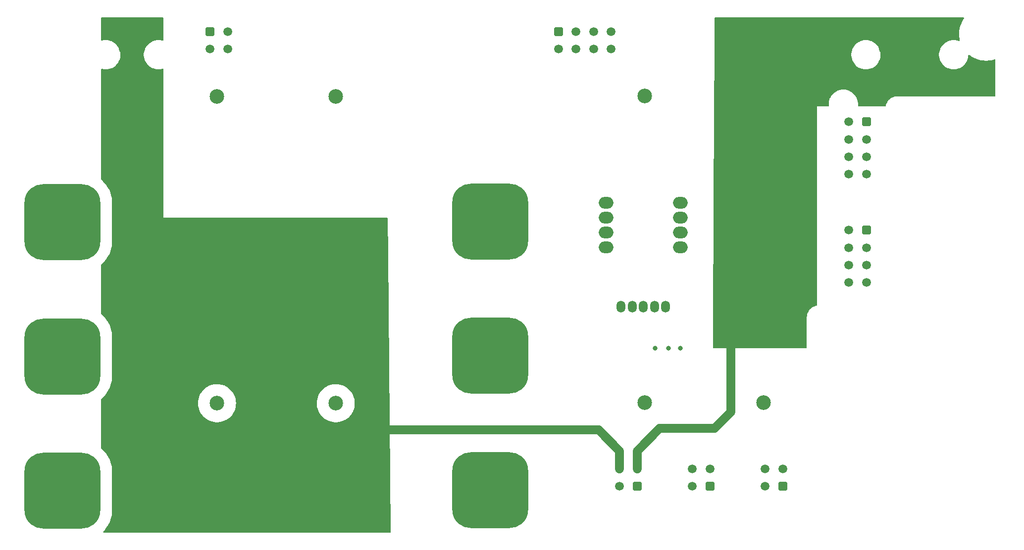
<source format=gbr>
%TF.GenerationSoftware,KiCad,Pcbnew,(6.0.1)*%
%TF.CreationDate,2022-06-01T15:29:14+03:00*%
%TF.ProjectId,Power,506f7765-722e-46b6-9963-61645f706362,rev?*%
%TF.SameCoordinates,Original*%
%TF.FileFunction,Copper,L3,Inr*%
%TF.FilePolarity,Positive*%
%FSLAX46Y46*%
G04 Gerber Fmt 4.6, Leading zero omitted, Abs format (unit mm)*
G04 Created by KiCad (PCBNEW (6.0.1)) date 2022-06-01 15:29:14*
%MOMM*%
%LPD*%
G01*
G04 APERTURE LIST*
G04 Aperture macros list*
%AMRoundRect*
0 Rectangle with rounded corners*
0 $1 Rounding radius*
0 $2 $3 $4 $5 $6 $7 $8 $9 X,Y pos of 4 corners*
0 Add a 4 corners polygon primitive as box body*
4,1,4,$2,$3,$4,$5,$6,$7,$8,$9,$2,$3,0*
0 Add four circle primitives for the rounded corners*
1,1,$1+$1,$2,$3*
1,1,$1+$1,$4,$5*
1,1,$1+$1,$6,$7*
1,1,$1+$1,$8,$9*
0 Add four rect primitives between the rounded corners*
20,1,$1+$1,$2,$3,$4,$5,0*
20,1,$1+$1,$4,$5,$6,$7,0*
20,1,$1+$1,$6,$7,$8,$9,0*
20,1,$1+$1,$8,$9,$2,$3,0*%
G04 Aperture macros list end*
%TA.AperFunction,ComponentPad*%
%ADD10RoundRect,0.250001X-0.499999X0.499999X-0.499999X-0.499999X0.499999X-0.499999X0.499999X0.499999X0*%
%TD*%
%TA.AperFunction,ComponentPad*%
%ADD11C,1.500000*%
%TD*%
%TA.AperFunction,ComponentPad*%
%ADD12RoundRect,0.250001X0.499999X0.499999X-0.499999X0.499999X-0.499999X-0.499999X0.499999X-0.499999X0*%
%TD*%
%TA.AperFunction,ComponentPad*%
%ADD13RoundRect,3.250000X-3.250000X-3.250000X3.250000X-3.250000X3.250000X3.250000X-3.250000X3.250000X0*%
%TD*%
%TA.AperFunction,ComponentPad*%
%ADD14C,2.500000*%
%TD*%
%TA.AperFunction,ComponentPad*%
%ADD15RoundRect,0.250001X-0.499999X-0.499999X0.499999X-0.499999X0.499999X0.499999X-0.499999X0.499999X0*%
%TD*%
%TA.AperFunction,ComponentPad*%
%ADD16O,2.500000X2.000000*%
%TD*%
%TA.AperFunction,ComponentPad*%
%ADD17O,1.500000X2.000000*%
%TD*%
%TA.AperFunction,ViaPad*%
%ADD18C,0.800000*%
%TD*%
%TA.AperFunction,Conductor*%
%ADD19C,1.500000*%
%TD*%
G04 APERTURE END LIST*
D10*
%TO.N,LPSR_IN*%
%TO.C,J3*%
X218500000Y-87956000D03*
D11*
X218500000Y-90956000D03*
X218500000Y-93956000D03*
X218500000Y-96956000D03*
X215500000Y-87956000D03*
X215500000Y-90956000D03*
X215500000Y-93956000D03*
X215500000Y-96956000D03*
%TD*%
D12*
%TO.N,GND*%
%TO.C,J9*%
X191746000Y-131826000D03*
D11*
%TO.N,Current_Measure*%
X188746000Y-131826000D03*
%TO.N,GND*%
X191746000Y-128826000D03*
%TO.N,Current_Measure*%
X188746000Y-128826000D03*
%TD*%
D12*
%TO.N,GNDPWR*%
%TO.C,J10*%
X179300000Y-131826000D03*
D11*
X176300000Y-131826000D03*
%TO.N,Voltage_IN*%
X179300000Y-128826000D03*
%TO.N,Voltage_OUT*%
X176300000Y-128826000D03*
%TD*%
D13*
%TO.N,Net-(D2-Pad1)*%
%TO.C,D2*%
X81026000Y-86596000D03*
%TO.N,Net-(C21-Pad1)*%
X81026000Y-109596000D03*
%TO.N,unconnected-(D2-Pad3)*%
X81026000Y-132596000D03*
%TD*%
D14*
%TO.N,Voltage_IN*%
%TO.C,C24*%
X200894000Y-65031000D03*
X180594000Y-65031000D03*
%TO.N,GNDPWR*%
X180594000Y-117531000D03*
X200894000Y-117531000D03*
%TD*%
D15*
%TO.N,Voltage_OUT*%
%TO.C,J1*%
X91440000Y-54000000D03*
D11*
X94440000Y-54000000D03*
X91440000Y-57000000D03*
X94440000Y-57000000D03*
%TD*%
D15*
%TO.N,GNDPWR*%
%TO.C,J6*%
X165840000Y-54000000D03*
D11*
X168840000Y-54000000D03*
X171840000Y-54000000D03*
X174840000Y-54000000D03*
X165840000Y-57000000D03*
X168840000Y-57000000D03*
X171840000Y-57000000D03*
X174840000Y-57000000D03*
%TD*%
D12*
%TO.N,+5V*%
%TO.C,J8*%
X204192000Y-131826000D03*
D11*
%TO.N,GND*%
X201192000Y-131826000D03*
%TO.N,+5V*%
X204192000Y-128826000D03*
%TO.N,GND*%
X201192000Y-128826000D03*
%TD*%
D14*
%TO.N,Net-(C21-Pad1)*%
%TO.C,C21*%
X107462000Y-117595000D03*
X127762000Y-117595000D03*
%TO.N,GNDPWR*%
X107462000Y-65095000D03*
X127762000Y-65095000D03*
%TD*%
D10*
%TO.N,Voltage_IN*%
%TO.C,J4*%
X218500000Y-69414000D03*
D11*
X218500000Y-72414000D03*
X218500000Y-75414000D03*
X218500000Y-78414000D03*
X215500000Y-69414000D03*
X215500000Y-72414000D03*
X215500000Y-75414000D03*
X215500000Y-78414000D03*
%TD*%
D13*
%TO.N,LPSR_OUT*%
%TO.C,D1*%
X154178000Y-86474000D03*
%TO.N,GNDPWR*%
X154178000Y-109474000D03*
%TO.N,Net-(C21-Pad1)*%
X154178000Y-132474000D03*
%TD*%
D15*
%TO.N,Voltage_IN*%
%TO.C,J5*%
X221414000Y-54000000D03*
D11*
X224414000Y-54000000D03*
X227414000Y-54000000D03*
X230414000Y-54000000D03*
X221414000Y-57000000D03*
X224414000Y-57000000D03*
X227414000Y-57000000D03*
X230414000Y-57000000D03*
%TD*%
D15*
%TO.N,GNDPWR*%
%TO.C,J2*%
X106262000Y-54000000D03*
D11*
X109262000Y-54000000D03*
X106262000Y-57000000D03*
X109262000Y-57000000D03*
%TD*%
D16*
%TO.N,LPSR_IN*%
%TO.C,D4*%
X186690000Y-83312000D03*
X186690000Y-85852000D03*
X186690000Y-88392000D03*
X186690000Y-90932000D03*
%TO.N,LPSR_OUT*%
X173990000Y-83312000D03*
X173990000Y-85852000D03*
X173990000Y-88392000D03*
X173990000Y-90932000D03*
D17*
%TO.N,+5V*%
X184150000Y-101102000D03*
%TO.N,GND*%
X182245000Y-101102000D03*
%TO.N,Net-(D4-Pad11)*%
X180340000Y-101102000D03*
%TO.N,unconnected-(D4-Pad12)*%
X178435000Y-101102000D03*
%TO.N,unconnected-(D4-Pad13)*%
X176530000Y-101102000D03*
%TD*%
D18*
%TO.N,Current_Measure*%
X182372000Y-108204000D03*
%TO.N,+5V*%
X186711500Y-108182500D03*
%TO.N,GND*%
X184658000Y-108204000D03*
%TD*%
D19*
%TO.N,Voltage_IN*%
X183134000Y-121920000D02*
X191516000Y-121920000D01*
X179300000Y-125754000D02*
X183134000Y-121920000D01*
X195326000Y-119126000D02*
X195326000Y-107188000D01*
X191516000Y-121920000D02*
X192532000Y-121920000D01*
X192532000Y-121920000D02*
X195072000Y-119380000D01*
X195072000Y-119380000D02*
X195326000Y-119126000D01*
X179300000Y-128826000D02*
X179300000Y-125754000D01*
%TO.N,Voltage_OUT*%
X176300000Y-128826000D02*
X176300000Y-125754000D01*
X143002000Y-122174000D02*
X136398000Y-122174000D01*
X172720000Y-122174000D02*
X143002000Y-122174000D01*
X176300000Y-125754000D02*
X172720000Y-122174000D01*
%TD*%
%TA.AperFunction,Conductor*%
%TO.N,Voltage_IN*%
G36*
X235136342Y-51550002D02*
G01*
X235182835Y-51603658D01*
X235192939Y-51673932D01*
X235172247Y-51727095D01*
X235031180Y-51933503D01*
X235031174Y-51933513D01*
X235029537Y-51935908D01*
X235028131Y-51938439D01*
X235028125Y-51938449D01*
X234824161Y-52305653D01*
X234824157Y-52305662D01*
X234822744Y-52308205D01*
X234821571Y-52310872D01*
X234821566Y-52310881D01*
X234652399Y-52695343D01*
X234651225Y-52698012D01*
X234516445Y-53101996D01*
X234419559Y-53516703D01*
X234361393Y-53938586D01*
X234342445Y-54364038D01*
X234362878Y-54789422D01*
X234422516Y-55211099D01*
X234423187Y-55213926D01*
X234423188Y-55213932D01*
X234480628Y-55455977D01*
X234476896Y-55526875D01*
X234435425Y-55584501D01*
X234369383Y-55610558D01*
X234319099Y-55604903D01*
X234037079Y-55513269D01*
X233728015Y-55454312D01*
X233634511Y-55448429D01*
X233494578Y-55439625D01*
X233494562Y-55439624D01*
X233492583Y-55439500D01*
X233335417Y-55439500D01*
X233333438Y-55439624D01*
X233333422Y-55439625D01*
X233193489Y-55448429D01*
X233099985Y-55454312D01*
X232790921Y-55513269D01*
X232787144Y-55514496D01*
X232787145Y-55514496D01*
X232508902Y-55604903D01*
X232491685Y-55610497D01*
X232488099Y-55612184D01*
X232488095Y-55612186D01*
X232210579Y-55742775D01*
X232210572Y-55742779D01*
X232206993Y-55744463D01*
X231941337Y-55913053D01*
X231698906Y-56113610D01*
X231483522Y-56342970D01*
X231298584Y-56597516D01*
X231147006Y-56873234D01*
X231031181Y-57165775D01*
X231030197Y-57169609D01*
X231030194Y-57169617D01*
X230981807Y-57358074D01*
X230952934Y-57470527D01*
X230913500Y-57782682D01*
X230913500Y-58097318D01*
X230952934Y-58409473D01*
X230953920Y-58413312D01*
X231030194Y-58710383D01*
X231030197Y-58710391D01*
X231031181Y-58714225D01*
X231147006Y-59006766D01*
X231298584Y-59282484D01*
X231483522Y-59537030D01*
X231698906Y-59766390D01*
X231941337Y-59966947D01*
X232206993Y-60135537D01*
X232210572Y-60137221D01*
X232210579Y-60137225D01*
X232488095Y-60267814D01*
X232488099Y-60267816D01*
X232491685Y-60269503D01*
X232790921Y-60366731D01*
X233099985Y-60425688D01*
X233193489Y-60431571D01*
X233333422Y-60440375D01*
X233333438Y-60440376D01*
X233335417Y-60440500D01*
X233492583Y-60440500D01*
X233494562Y-60440376D01*
X233494578Y-60440375D01*
X233634511Y-60431571D01*
X233728015Y-60425688D01*
X234037079Y-60366731D01*
X234336315Y-60269503D01*
X234339901Y-60267816D01*
X234339905Y-60267814D01*
X234617421Y-60137225D01*
X234617428Y-60137221D01*
X234621007Y-60135537D01*
X234886663Y-59966947D01*
X235129094Y-59766390D01*
X235344478Y-59537030D01*
X235529416Y-59282484D01*
X235680994Y-59006766D01*
X235796819Y-58714225D01*
X235797803Y-58710391D01*
X235797806Y-58710383D01*
X235874080Y-58413312D01*
X235875066Y-58409473D01*
X235914500Y-58097318D01*
X235914500Y-58084955D01*
X235934502Y-58016834D01*
X235988158Y-57970341D01*
X236058432Y-57960237D01*
X236120731Y-57987801D01*
X236180473Y-58037137D01*
X236180491Y-58037151D01*
X236182727Y-58038997D01*
X236185136Y-58040637D01*
X236185137Y-58040638D01*
X236532332Y-58277035D01*
X236532337Y-58277038D01*
X236534750Y-58278681D01*
X236537298Y-58280091D01*
X236537307Y-58280096D01*
X236764083Y-58405541D01*
X236907408Y-58484824D01*
X237297514Y-58655663D01*
X237701733Y-58789737D01*
X237704559Y-58790392D01*
X237704566Y-58790394D01*
X238113763Y-58885240D01*
X238113772Y-58885242D01*
X238116608Y-58885899D01*
X238538592Y-58943329D01*
X238541442Y-58943456D01*
X238541443Y-58943456D01*
X238832914Y-58956437D01*
X238832931Y-58956437D01*
X238834337Y-58956500D01*
X239057369Y-58956500D01*
X239058809Y-58956433D01*
X239058824Y-58956433D01*
X239197718Y-58950004D01*
X239373418Y-58941872D01*
X239795199Y-58882970D01*
X239798021Y-58882305D01*
X239798029Y-58882304D01*
X240206896Y-58786028D01*
X240206901Y-58786026D01*
X240209736Y-58785359D01*
X240403916Y-58720199D01*
X240474860Y-58717491D01*
X240536007Y-58753568D01*
X240567943Y-58816976D01*
X240570000Y-58839653D01*
X240570000Y-64930000D01*
X240549998Y-64998121D01*
X240496342Y-65044614D01*
X240444000Y-65056000D01*
X223867077Y-65056000D01*
X223856205Y-65055530D01*
X223805495Y-65051138D01*
X223801060Y-65051382D01*
X223801056Y-65051382D01*
X223720603Y-65055810D01*
X223713679Y-65056000D01*
X223701844Y-65056000D01*
X223699631Y-65056157D01*
X223699622Y-65056157D01*
X223682920Y-65057340D01*
X223649381Y-65059714D01*
X223647548Y-65059830D01*
X223522693Y-65066702D01*
X223518329Y-65067570D01*
X223518330Y-65067570D01*
X223514980Y-65068236D01*
X223499306Y-65070341D01*
X223498512Y-65070397D01*
X223495925Y-65070580D01*
X223495922Y-65070580D01*
X223491478Y-65070895D01*
X223396187Y-65091411D01*
X223369342Y-65097190D01*
X223367404Y-65097591D01*
X223249269Y-65121089D01*
X223249267Y-65121090D01*
X223244906Y-65121957D01*
X223240711Y-65123430D01*
X223240704Y-65123432D01*
X223237492Y-65124560D01*
X223222280Y-65128851D01*
X223214592Y-65130506D01*
X223210415Y-65132047D01*
X223097360Y-65173755D01*
X223095498Y-65174425D01*
X222981883Y-65214324D01*
X222981880Y-65214325D01*
X222977675Y-65215802D01*
X222973722Y-65217855D01*
X222973714Y-65217859D01*
X222970706Y-65219422D01*
X222956238Y-65225819D01*
X222948869Y-65228537D01*
X222870383Y-65270886D01*
X222838918Y-65287863D01*
X222837169Y-65288789D01*
X222726333Y-65346364D01*
X222722713Y-65348951D01*
X222719948Y-65350927D01*
X222706515Y-65359304D01*
X222699609Y-65363030D01*
X222696021Y-65365680D01*
X222696015Y-65365684D01*
X222599156Y-65437226D01*
X222597558Y-65438388D01*
X222495895Y-65511037D01*
X222492676Y-65514108D01*
X222492666Y-65514116D01*
X222490208Y-65516461D01*
X222478099Y-65526640D01*
X222475370Y-65528655D01*
X222475364Y-65528660D01*
X222471786Y-65531303D01*
X222382773Y-65618929D01*
X222381385Y-65620273D01*
X222294187Y-65703457D01*
X222294183Y-65703462D01*
X222290959Y-65706537D01*
X222286235Y-65712530D01*
X222286098Y-65712703D01*
X222275544Y-65724487D01*
X222269946Y-65729998D01*
X222194118Y-65829355D01*
X222193004Y-65830792D01*
X222115613Y-65928962D01*
X222113381Y-65932804D01*
X222113378Y-65932809D01*
X222111669Y-65935752D01*
X222102878Y-65948908D01*
X222098115Y-65955149D01*
X222095940Y-65959033D01*
X222037055Y-66064180D01*
X222036113Y-66065831D01*
X221973357Y-66173874D01*
X221971687Y-66177996D01*
X221971682Y-66178007D01*
X221970410Y-66181148D01*
X221963562Y-66195412D01*
X221959723Y-66202266D01*
X221937140Y-66260641D01*
X221914641Y-66318797D01*
X221913945Y-66320554D01*
X221867028Y-66436387D01*
X221865953Y-66440714D01*
X221865952Y-66440718D01*
X221865134Y-66444010D01*
X221860362Y-66459099D01*
X221857531Y-66466417D01*
X221856526Y-66470752D01*
X221856525Y-66470756D01*
X221829332Y-66588077D01*
X221828870Y-66590002D01*
X221799962Y-66706376D01*
X221764127Y-66767665D01*
X221700845Y-66799852D01*
X221677678Y-66802000D01*
X217174277Y-66802000D01*
X217106156Y-66781998D01*
X217059663Y-66728342D01*
X217049270Y-66660211D01*
X217060500Y-66571318D01*
X217060500Y-66256682D01*
X217021961Y-65951608D01*
X217021563Y-65948459D01*
X217021562Y-65948455D01*
X217021066Y-65944527D01*
X216991478Y-65829291D01*
X216943806Y-65643617D01*
X216943803Y-65643609D01*
X216942819Y-65639775D01*
X216934840Y-65619621D01*
X216828448Y-65350907D01*
X216826994Y-65347234D01*
X216794864Y-65288789D01*
X216707846Y-65130506D01*
X216675416Y-65071516D01*
X216672550Y-65067570D01*
X216492806Y-64820174D01*
X216492805Y-64820172D01*
X216490478Y-64816970D01*
X216275094Y-64587610D01*
X216032663Y-64387053D01*
X215767007Y-64218463D01*
X215763428Y-64216779D01*
X215763421Y-64216775D01*
X215485905Y-64086186D01*
X215485901Y-64086184D01*
X215482315Y-64084497D01*
X215183079Y-63987269D01*
X214874015Y-63928312D01*
X214780511Y-63922429D01*
X214640578Y-63913625D01*
X214640562Y-63913624D01*
X214638583Y-63913500D01*
X214481417Y-63913500D01*
X214479438Y-63913624D01*
X214479422Y-63913625D01*
X214339489Y-63922429D01*
X214245985Y-63928312D01*
X213936921Y-63987269D01*
X213637685Y-64084497D01*
X213634099Y-64086184D01*
X213634095Y-64086186D01*
X213356579Y-64216775D01*
X213356572Y-64216779D01*
X213352993Y-64218463D01*
X213087337Y-64387053D01*
X212844906Y-64587610D01*
X212629522Y-64816970D01*
X212627195Y-64820172D01*
X212627194Y-64820174D01*
X212447451Y-65067570D01*
X212444584Y-65071516D01*
X212412154Y-65130506D01*
X212325137Y-65288789D01*
X212293006Y-65347234D01*
X212291552Y-65350907D01*
X212185161Y-65619621D01*
X212177181Y-65639775D01*
X212176197Y-65643609D01*
X212176194Y-65643617D01*
X212128522Y-65829291D01*
X212098934Y-65944527D01*
X212098438Y-65948455D01*
X212098437Y-65948459D01*
X212098039Y-65951608D01*
X212059500Y-66256682D01*
X212059500Y-66571318D01*
X212070730Y-66660211D01*
X212059423Y-66730299D01*
X212012017Y-66783150D01*
X211945723Y-66802000D01*
X210058000Y-66802000D01*
X210058000Y-100776994D01*
X210037998Y-100845115D01*
X209984342Y-100891608D01*
X209958519Y-100900172D01*
X209907342Y-100911190D01*
X209905404Y-100911591D01*
X209787269Y-100935089D01*
X209787267Y-100935090D01*
X209782906Y-100935957D01*
X209778711Y-100937430D01*
X209778704Y-100937432D01*
X209775492Y-100938560D01*
X209760280Y-100942851D01*
X209752592Y-100944506D01*
X209748415Y-100946047D01*
X209635360Y-100987755D01*
X209633498Y-100988425D01*
X209519883Y-101028324D01*
X209519880Y-101028325D01*
X209515675Y-101029802D01*
X209511722Y-101031855D01*
X209511714Y-101031859D01*
X209508706Y-101033422D01*
X209494238Y-101039819D01*
X209486869Y-101042537D01*
X209408383Y-101084886D01*
X209376918Y-101101863D01*
X209375169Y-101102789D01*
X209264333Y-101160364D01*
X209260713Y-101162951D01*
X209257948Y-101164927D01*
X209244515Y-101173304D01*
X209237609Y-101177030D01*
X209234021Y-101179680D01*
X209234015Y-101179684D01*
X209137156Y-101251226D01*
X209135558Y-101252388D01*
X209033895Y-101325037D01*
X209030676Y-101328108D01*
X209030666Y-101328116D01*
X209028208Y-101330461D01*
X209016099Y-101340640D01*
X209013370Y-101342655D01*
X209013364Y-101342660D01*
X209009786Y-101345303D01*
X208920773Y-101432929D01*
X208919385Y-101434273D01*
X208832187Y-101517457D01*
X208832183Y-101517462D01*
X208828959Y-101520537D01*
X208824235Y-101526530D01*
X208824098Y-101526703D01*
X208813544Y-101538487D01*
X208807946Y-101543998D01*
X208732118Y-101643355D01*
X208731004Y-101644792D01*
X208653613Y-101742962D01*
X208651381Y-101746804D01*
X208651378Y-101746809D01*
X208649669Y-101749752D01*
X208640878Y-101762908D01*
X208636115Y-101769149D01*
X208633940Y-101773033D01*
X208575055Y-101878180D01*
X208574113Y-101879831D01*
X208511357Y-101987874D01*
X208509687Y-101991996D01*
X208509682Y-101992007D01*
X208508410Y-101995148D01*
X208501562Y-102009412D01*
X208497723Y-102016266D01*
X208496119Y-102020412D01*
X208452641Y-102132797D01*
X208451945Y-102134554D01*
X208405028Y-102250387D01*
X208403953Y-102254714D01*
X208403952Y-102254718D01*
X208403134Y-102258010D01*
X208398362Y-102273099D01*
X208395531Y-102280417D01*
X208394526Y-102284752D01*
X208394525Y-102284756D01*
X208367332Y-102402077D01*
X208366877Y-102403974D01*
X208336748Y-102525263D01*
X208335946Y-102533090D01*
X208333353Y-102548669D01*
X208331577Y-102556332D01*
X208331193Y-102560764D01*
X208331193Y-102560765D01*
X208320801Y-102680751D01*
X208320615Y-102682721D01*
X208312000Y-102766806D01*
X208312000Y-102776923D01*
X208311530Y-102787794D01*
X208307138Y-102838505D01*
X208307382Y-102842940D01*
X208307382Y-102842944D01*
X208311810Y-102923397D01*
X208312000Y-102930321D01*
X208312000Y-108078000D01*
X208291998Y-108146121D01*
X208238342Y-108192614D01*
X208186000Y-108204000D01*
X192404549Y-108204000D01*
X192336428Y-108183998D01*
X192289935Y-108130342D01*
X192278550Y-108077452D01*
X192301348Y-102834073D01*
X192457950Y-66815548D01*
X192495856Y-58097318D01*
X215913500Y-58097318D01*
X215952934Y-58409473D01*
X215953920Y-58413312D01*
X216030194Y-58710383D01*
X216030197Y-58710391D01*
X216031181Y-58714225D01*
X216147006Y-59006766D01*
X216298584Y-59282484D01*
X216483522Y-59537030D01*
X216698906Y-59766390D01*
X216941337Y-59966947D01*
X217206993Y-60135537D01*
X217210572Y-60137221D01*
X217210579Y-60137225D01*
X217488095Y-60267814D01*
X217488099Y-60267816D01*
X217491685Y-60269503D01*
X217790921Y-60366731D01*
X218099985Y-60425688D01*
X218193489Y-60431571D01*
X218333422Y-60440375D01*
X218333438Y-60440376D01*
X218335417Y-60440500D01*
X218492583Y-60440500D01*
X218494562Y-60440376D01*
X218494578Y-60440375D01*
X218634511Y-60431571D01*
X218728015Y-60425688D01*
X219037079Y-60366731D01*
X219336315Y-60269503D01*
X219339901Y-60267816D01*
X219339905Y-60267814D01*
X219617421Y-60137225D01*
X219617428Y-60137221D01*
X219621007Y-60135537D01*
X219886663Y-59966947D01*
X220129094Y-59766390D01*
X220344478Y-59537030D01*
X220529416Y-59282484D01*
X220680994Y-59006766D01*
X220796819Y-58714225D01*
X220797803Y-58710391D01*
X220797806Y-58710383D01*
X220874080Y-58413312D01*
X220875066Y-58409473D01*
X220914500Y-58097318D01*
X220914500Y-57782682D01*
X220875066Y-57470527D01*
X220846193Y-57358074D01*
X220797806Y-57169617D01*
X220797803Y-57169609D01*
X220796819Y-57165775D01*
X220680994Y-56873234D01*
X220529416Y-56597516D01*
X220344478Y-56342970D01*
X220129094Y-56113610D01*
X219886663Y-55913053D01*
X219621007Y-55744463D01*
X219617428Y-55742779D01*
X219617421Y-55742775D01*
X219339905Y-55612186D01*
X219339901Y-55612184D01*
X219336315Y-55610497D01*
X219319099Y-55604903D01*
X219040855Y-55514496D01*
X219040856Y-55514496D01*
X219037079Y-55513269D01*
X218728015Y-55454312D01*
X218634511Y-55448429D01*
X218494578Y-55439625D01*
X218494562Y-55439624D01*
X218492583Y-55439500D01*
X218335417Y-55439500D01*
X218333438Y-55439624D01*
X218333422Y-55439625D01*
X218193489Y-55448429D01*
X218099985Y-55454312D01*
X217790921Y-55513269D01*
X217787144Y-55514496D01*
X217787145Y-55514496D01*
X217508902Y-55604903D01*
X217491685Y-55610497D01*
X217488099Y-55612184D01*
X217488095Y-55612186D01*
X217210579Y-55742775D01*
X217210572Y-55742779D01*
X217206993Y-55744463D01*
X216941337Y-55913053D01*
X216698906Y-56113610D01*
X216483522Y-56342970D01*
X216298584Y-56597516D01*
X216147006Y-56873234D01*
X216031181Y-57165775D01*
X216030197Y-57169609D01*
X216030194Y-57169617D01*
X215981807Y-57358074D01*
X215952934Y-57470527D01*
X215913500Y-57782682D01*
X215913500Y-58097318D01*
X192495856Y-58097318D01*
X192523864Y-51655452D01*
X192544162Y-51587419D01*
X192598020Y-51541160D01*
X192649863Y-51530000D01*
X235068221Y-51530000D01*
X235136342Y-51550002D01*
G37*
%TD.AperFunction*%
%TD*%
%TA.AperFunction,Conductor*%
%TO.N,Voltage_OUT*%
G36*
X98240121Y-51550002D02*
G01*
X98286614Y-51603658D01*
X98298000Y-51656000D01*
X98298000Y-55416176D01*
X98277998Y-55484297D01*
X98224342Y-55530790D01*
X98154068Y-55540894D01*
X98133071Y-55536011D01*
X98063079Y-55513269D01*
X97754015Y-55454312D01*
X97660511Y-55448429D01*
X97520578Y-55439625D01*
X97520562Y-55439624D01*
X97518583Y-55439500D01*
X97361417Y-55439500D01*
X97359438Y-55439624D01*
X97359422Y-55439625D01*
X97219489Y-55448429D01*
X97125985Y-55454312D01*
X96816921Y-55513269D01*
X96517685Y-55610497D01*
X96514099Y-55612184D01*
X96514095Y-55612186D01*
X96236579Y-55742775D01*
X96236572Y-55742779D01*
X96232993Y-55744463D01*
X95967337Y-55913053D01*
X95724906Y-56113610D01*
X95509522Y-56342970D01*
X95324584Y-56597516D01*
X95173006Y-56873234D01*
X95057181Y-57165775D01*
X95056197Y-57169609D01*
X95056194Y-57169617D01*
X95007807Y-57358074D01*
X94978934Y-57470527D01*
X94939500Y-57782682D01*
X94939500Y-58097318D01*
X94978934Y-58409473D01*
X94979920Y-58413312D01*
X95056194Y-58710383D01*
X95056197Y-58710391D01*
X95057181Y-58714225D01*
X95173006Y-59006766D01*
X95324584Y-59282484D01*
X95509522Y-59537030D01*
X95724906Y-59766390D01*
X95967337Y-59966947D01*
X96232993Y-60135537D01*
X96236572Y-60137221D01*
X96236579Y-60137225D01*
X96514095Y-60267814D01*
X96514099Y-60267816D01*
X96517685Y-60269503D01*
X96816921Y-60366731D01*
X97125985Y-60425688D01*
X97219489Y-60431571D01*
X97359422Y-60440375D01*
X97359438Y-60440376D01*
X97361417Y-60440500D01*
X97518583Y-60440500D01*
X97520562Y-60440376D01*
X97520578Y-60440375D01*
X97660511Y-60431571D01*
X97754015Y-60425688D01*
X98063079Y-60366731D01*
X98133066Y-60343991D01*
X98204031Y-60341963D01*
X98264829Y-60378625D01*
X98296154Y-60442337D01*
X98298000Y-60463824D01*
X98298000Y-85852000D01*
X136527145Y-85852000D01*
X136595266Y-85872002D01*
X136641759Y-85925658D01*
X136653140Y-85976849D01*
X136708735Y-92064529D01*
X137142741Y-139588068D01*
X137142894Y-139604849D01*
X137123515Y-139673150D01*
X137070286Y-139720131D01*
X137016899Y-139732000D01*
X88122965Y-139732000D01*
X88054844Y-139711998D01*
X88008351Y-139658342D01*
X87998247Y-139588068D01*
X88030067Y-139520878D01*
X88301948Y-139224172D01*
X88581055Y-138860432D01*
X88827398Y-138473751D01*
X89039102Y-138067071D01*
X89214556Y-137643488D01*
X89352425Y-137206224D01*
X89451659Y-136758608D01*
X89511503Y-136304047D01*
X89526500Y-135960563D01*
X89526499Y-129231438D01*
X89511503Y-128887953D01*
X89451659Y-128433392D01*
X89352425Y-127985776D01*
X89214556Y-127548512D01*
X89039102Y-127124929D01*
X88827398Y-126718249D01*
X88581055Y-126331568D01*
X88301948Y-125967828D01*
X87992201Y-125629799D01*
X87670874Y-125335357D01*
X87634165Y-125274589D01*
X87630000Y-125242461D01*
X87630000Y-117583637D01*
X104206746Y-117583637D01*
X104224559Y-117935269D01*
X104225096Y-117938624D01*
X104225097Y-117938630D01*
X104250384Y-118096500D01*
X104280243Y-118282920D01*
X104373149Y-118622524D01*
X104502187Y-118950108D01*
X104665850Y-119261840D01*
X104667751Y-119264669D01*
X104667757Y-119264679D01*
X104848851Y-119534173D01*
X104862223Y-119554073D01*
X105089007Y-119823388D01*
X105091467Y-119825739D01*
X105091470Y-119825742D01*
X105341089Y-120064283D01*
X105341096Y-120064289D01*
X105343552Y-120066636D01*
X105622878Y-120280971D01*
X105625796Y-120282745D01*
X105920803Y-120462112D01*
X105920808Y-120462115D01*
X105923718Y-120463884D01*
X106242553Y-120613237D01*
X106245771Y-120614339D01*
X106245774Y-120614340D01*
X106572430Y-120726180D01*
X106572438Y-120726182D01*
X106575653Y-120727283D01*
X106919122Y-120804687D01*
X106967474Y-120810196D01*
X107265559Y-120844159D01*
X107265567Y-120844159D01*
X107268942Y-120844544D01*
X107272346Y-120844562D01*
X107272349Y-120844562D01*
X107464330Y-120845567D01*
X107621019Y-120846388D01*
X107624405Y-120846038D01*
X107624407Y-120846038D01*
X107967845Y-120810547D01*
X107967853Y-120810546D01*
X107971237Y-120810196D01*
X107974570Y-120809481D01*
X107974573Y-120809481D01*
X108144021Y-120773155D01*
X108315498Y-120736393D01*
X108649774Y-120625842D01*
X108970156Y-120479835D01*
X109063584Y-120424362D01*
X109269950Y-120301831D01*
X109269955Y-120301828D01*
X109272895Y-120300082D01*
X109298349Y-120280971D01*
X109551718Y-120090737D01*
X109551727Y-120090730D01*
X109554450Y-120088685D01*
X109811527Y-119848116D01*
X110041120Y-119581190D01*
X110145855Y-119428799D01*
X110238612Y-119293838D01*
X110238617Y-119293831D01*
X110240542Y-119291029D01*
X110242154Y-119288035D01*
X110242159Y-119288027D01*
X110405838Y-118984040D01*
X110407460Y-118981028D01*
X110539922Y-118654814D01*
X110550058Y-118619233D01*
X110635444Y-118319479D01*
X110636378Y-118316201D01*
X110695701Y-117969152D01*
X110697774Y-117935269D01*
X110717085Y-117619522D01*
X110717195Y-117617726D01*
X110717274Y-117595000D01*
X110716659Y-117583637D01*
X124506746Y-117583637D01*
X124524559Y-117935269D01*
X124525096Y-117938624D01*
X124525097Y-117938630D01*
X124550384Y-118096500D01*
X124580243Y-118282920D01*
X124673149Y-118622524D01*
X124802187Y-118950108D01*
X124965850Y-119261840D01*
X124967751Y-119264669D01*
X124967757Y-119264679D01*
X125148851Y-119534173D01*
X125162223Y-119554073D01*
X125389007Y-119823388D01*
X125391467Y-119825739D01*
X125391470Y-119825742D01*
X125641089Y-120064283D01*
X125641096Y-120064289D01*
X125643552Y-120066636D01*
X125922878Y-120280971D01*
X125925796Y-120282745D01*
X126220803Y-120462112D01*
X126220808Y-120462115D01*
X126223718Y-120463884D01*
X126542553Y-120613237D01*
X126545771Y-120614339D01*
X126545774Y-120614340D01*
X126872430Y-120726180D01*
X126872438Y-120726182D01*
X126875653Y-120727283D01*
X127219122Y-120804687D01*
X127267474Y-120810196D01*
X127565559Y-120844159D01*
X127565567Y-120844159D01*
X127568942Y-120844544D01*
X127572346Y-120844562D01*
X127572349Y-120844562D01*
X127764330Y-120845567D01*
X127921019Y-120846388D01*
X127924405Y-120846038D01*
X127924407Y-120846038D01*
X128267845Y-120810547D01*
X128267853Y-120810546D01*
X128271237Y-120810196D01*
X128274570Y-120809481D01*
X128274573Y-120809481D01*
X128444021Y-120773155D01*
X128615498Y-120736393D01*
X128949774Y-120625842D01*
X129270156Y-120479835D01*
X129363584Y-120424362D01*
X129569950Y-120301831D01*
X129569955Y-120301828D01*
X129572895Y-120300082D01*
X129598349Y-120280971D01*
X129851718Y-120090737D01*
X129851727Y-120090730D01*
X129854450Y-120088685D01*
X130111527Y-119848116D01*
X130341120Y-119581190D01*
X130445855Y-119428799D01*
X130538612Y-119293838D01*
X130538617Y-119293831D01*
X130540542Y-119291029D01*
X130542154Y-119288035D01*
X130542159Y-119288027D01*
X130705838Y-118984040D01*
X130707460Y-118981028D01*
X130839922Y-118654814D01*
X130850058Y-118619233D01*
X130935444Y-118319479D01*
X130936378Y-118316201D01*
X130995701Y-117969152D01*
X130997774Y-117935269D01*
X131017085Y-117619522D01*
X131017195Y-117617726D01*
X131017274Y-117595000D01*
X130998234Y-117243433D01*
X130941336Y-116895978D01*
X130847246Y-116556700D01*
X130845988Y-116553538D01*
X130845985Y-116553530D01*
X130718324Y-116232734D01*
X130718320Y-116232726D01*
X130717064Y-116229569D01*
X130715276Y-116226192D01*
X130553909Y-115921422D01*
X130553907Y-115921419D01*
X130552314Y-115918410D01*
X130354923Y-115626864D01*
X130347258Y-115617825D01*
X130222998Y-115471303D01*
X130127200Y-115358342D01*
X129871808Y-115115984D01*
X129869101Y-115113922D01*
X129869093Y-115113915D01*
X129711051Y-114993521D01*
X129591735Y-114902626D01*
X129561913Y-114884636D01*
X129293174Y-114722522D01*
X129293168Y-114722519D01*
X129290259Y-114720764D01*
X128970904Y-114572524D01*
X128804156Y-114516083D01*
X128640635Y-114460734D01*
X128640630Y-114460733D01*
X128637408Y-114459642D01*
X128413265Y-114409950D01*
X128297001Y-114384175D01*
X128296997Y-114384174D01*
X128293671Y-114383437D01*
X128150813Y-114367666D01*
X127947096Y-114345175D01*
X127947089Y-114345175D01*
X127943714Y-114344802D01*
X127940315Y-114344796D01*
X127940314Y-114344796D01*
X127774777Y-114344507D01*
X127591632Y-114344187D01*
X127461131Y-114358134D01*
X127244927Y-114381239D01*
X127244921Y-114381240D01*
X127241543Y-114381601D01*
X127238220Y-114382325D01*
X127238217Y-114382326D01*
X126900862Y-114455881D01*
X126900860Y-114455882D01*
X126897542Y-114456605D01*
X126563654Y-114568323D01*
X126243784Y-114715447D01*
X126240850Y-114717203D01*
X126240848Y-114717204D01*
X126152052Y-114770348D01*
X125941674Y-114896256D01*
X125660858Y-115108635D01*
X125404622Y-115350099D01*
X125175963Y-115617825D01*
X125174035Y-115620652D01*
X125174033Y-115620654D01*
X125008985Y-115862606D01*
X124977555Y-115908680D01*
X124975948Y-115911690D01*
X124975946Y-115911693D01*
X124970751Y-115921422D01*
X124811720Y-116219262D01*
X124680397Y-116545937D01*
X124679475Y-116549217D01*
X124679474Y-116549220D01*
X124677372Y-116556700D01*
X124585124Y-116884884D01*
X124527013Y-117232138D01*
X124506746Y-117583637D01*
X110716659Y-117583637D01*
X110698234Y-117243433D01*
X110641336Y-116895978D01*
X110547246Y-116556700D01*
X110545988Y-116553538D01*
X110545985Y-116553530D01*
X110418324Y-116232734D01*
X110418320Y-116232726D01*
X110417064Y-116229569D01*
X110415276Y-116226192D01*
X110253909Y-115921422D01*
X110253907Y-115921419D01*
X110252314Y-115918410D01*
X110054923Y-115626864D01*
X110047258Y-115617825D01*
X109922998Y-115471303D01*
X109827200Y-115358342D01*
X109571808Y-115115984D01*
X109569101Y-115113922D01*
X109569093Y-115113915D01*
X109411051Y-114993521D01*
X109291735Y-114902626D01*
X109261913Y-114884636D01*
X108993174Y-114722522D01*
X108993168Y-114722519D01*
X108990259Y-114720764D01*
X108670904Y-114572524D01*
X108504156Y-114516083D01*
X108340635Y-114460734D01*
X108340630Y-114460733D01*
X108337408Y-114459642D01*
X108113265Y-114409950D01*
X107997001Y-114384175D01*
X107996997Y-114384174D01*
X107993671Y-114383437D01*
X107850813Y-114367666D01*
X107647096Y-114345175D01*
X107647089Y-114345175D01*
X107643714Y-114344802D01*
X107640315Y-114344796D01*
X107640314Y-114344796D01*
X107474777Y-114344507D01*
X107291632Y-114344187D01*
X107161131Y-114358134D01*
X106944927Y-114381239D01*
X106944921Y-114381240D01*
X106941543Y-114381601D01*
X106938220Y-114382325D01*
X106938217Y-114382326D01*
X106600862Y-114455881D01*
X106600860Y-114455882D01*
X106597542Y-114456605D01*
X106263654Y-114568323D01*
X105943784Y-114715447D01*
X105940850Y-114717203D01*
X105940848Y-114717204D01*
X105852052Y-114770348D01*
X105641674Y-114896256D01*
X105360858Y-115108635D01*
X105104622Y-115350099D01*
X104875963Y-115617825D01*
X104874035Y-115620652D01*
X104874033Y-115620654D01*
X104708985Y-115862606D01*
X104677555Y-115908680D01*
X104675948Y-115911690D01*
X104675946Y-115911693D01*
X104670751Y-115921422D01*
X104511720Y-116219262D01*
X104380397Y-116545937D01*
X104379475Y-116549217D01*
X104379474Y-116549220D01*
X104377372Y-116556700D01*
X104285124Y-116884884D01*
X104227013Y-117232138D01*
X104206746Y-117583637D01*
X87630000Y-117583637D01*
X87630000Y-116949539D01*
X87650002Y-116881418D01*
X87670873Y-116856644D01*
X87992201Y-116562201D01*
X88301948Y-116224172D01*
X88308023Y-116216256D01*
X88398581Y-116098238D01*
X88581055Y-115860432D01*
X88827398Y-115473751D01*
X89039102Y-115067071D01*
X89214556Y-114643488D01*
X89237276Y-114571432D01*
X89351596Y-114208854D01*
X89351597Y-114208849D01*
X89352425Y-114206224D01*
X89451659Y-113758608D01*
X89511503Y-113304047D01*
X89526500Y-112960563D01*
X89526499Y-106231438D01*
X89511503Y-105887953D01*
X89451659Y-105433392D01*
X89352425Y-104985776D01*
X89214556Y-104548512D01*
X89039102Y-104124929D01*
X88827398Y-103718249D01*
X88581055Y-103331568D01*
X88301948Y-102967828D01*
X87992201Y-102629799D01*
X87670874Y-102335357D01*
X87634165Y-102274589D01*
X87630000Y-102242461D01*
X87630000Y-93949539D01*
X87650002Y-93881418D01*
X87670873Y-93856644D01*
X87992201Y-93562201D01*
X88301948Y-93224172D01*
X88581055Y-92860432D01*
X88827398Y-92473751D01*
X89039102Y-92067071D01*
X89214556Y-91643488D01*
X89352425Y-91206224D01*
X89451659Y-90758608D01*
X89511503Y-90304047D01*
X89526500Y-89960563D01*
X89526499Y-83231438D01*
X89511503Y-82887953D01*
X89451659Y-82433392D01*
X89352425Y-81985776D01*
X89214556Y-81548512D01*
X89039102Y-81124929D01*
X88827398Y-80718249D01*
X88581055Y-80331568D01*
X88301948Y-79967828D01*
X87992201Y-79629799D01*
X87670874Y-79335357D01*
X87634165Y-79274589D01*
X87630000Y-79242461D01*
X87630000Y-60479421D01*
X87650002Y-60411300D01*
X87703658Y-60364807D01*
X87773932Y-60354703D01*
X87794936Y-60359588D01*
X87813150Y-60365506D01*
X87813154Y-60365507D01*
X87816921Y-60366731D01*
X88125985Y-60425688D01*
X88219489Y-60431571D01*
X88359422Y-60440375D01*
X88359438Y-60440376D01*
X88361417Y-60440500D01*
X88518583Y-60440500D01*
X88520562Y-60440376D01*
X88520578Y-60440375D01*
X88660511Y-60431571D01*
X88754015Y-60425688D01*
X89063079Y-60366731D01*
X89362315Y-60269503D01*
X89365901Y-60267816D01*
X89365905Y-60267814D01*
X89643421Y-60137225D01*
X89643428Y-60137221D01*
X89647007Y-60135537D01*
X89912663Y-59966947D01*
X90155094Y-59766390D01*
X90370478Y-59537030D01*
X90555416Y-59282484D01*
X90706994Y-59006766D01*
X90822819Y-58714225D01*
X90823803Y-58710391D01*
X90823806Y-58710383D01*
X90900080Y-58413312D01*
X90901066Y-58409473D01*
X90940500Y-58097318D01*
X90940500Y-57782682D01*
X90901066Y-57470527D01*
X90872193Y-57358074D01*
X90823806Y-57169617D01*
X90823803Y-57169609D01*
X90822819Y-57165775D01*
X90706994Y-56873234D01*
X90555416Y-56597516D01*
X90370478Y-56342970D01*
X90155094Y-56113610D01*
X89912663Y-55913053D01*
X89647007Y-55744463D01*
X89643428Y-55742779D01*
X89643421Y-55742775D01*
X89365905Y-55612186D01*
X89365901Y-55612184D01*
X89362315Y-55610497D01*
X89063079Y-55513269D01*
X88754015Y-55454312D01*
X88660511Y-55448429D01*
X88520578Y-55439625D01*
X88520562Y-55439624D01*
X88518583Y-55439500D01*
X88361417Y-55439500D01*
X88359438Y-55439624D01*
X88359422Y-55439625D01*
X88219489Y-55448429D01*
X88125985Y-55454312D01*
X87816921Y-55513269D01*
X87813154Y-55514493D01*
X87813150Y-55514494D01*
X87794936Y-55520412D01*
X87723968Y-55522439D01*
X87663170Y-55485777D01*
X87631845Y-55422065D01*
X87630000Y-55400579D01*
X87630000Y-51656000D01*
X87650002Y-51587879D01*
X87703658Y-51541386D01*
X87756000Y-51530000D01*
X98172000Y-51530000D01*
X98240121Y-51550002D01*
G37*
%TD.AperFunction*%
%TD*%
M02*

</source>
